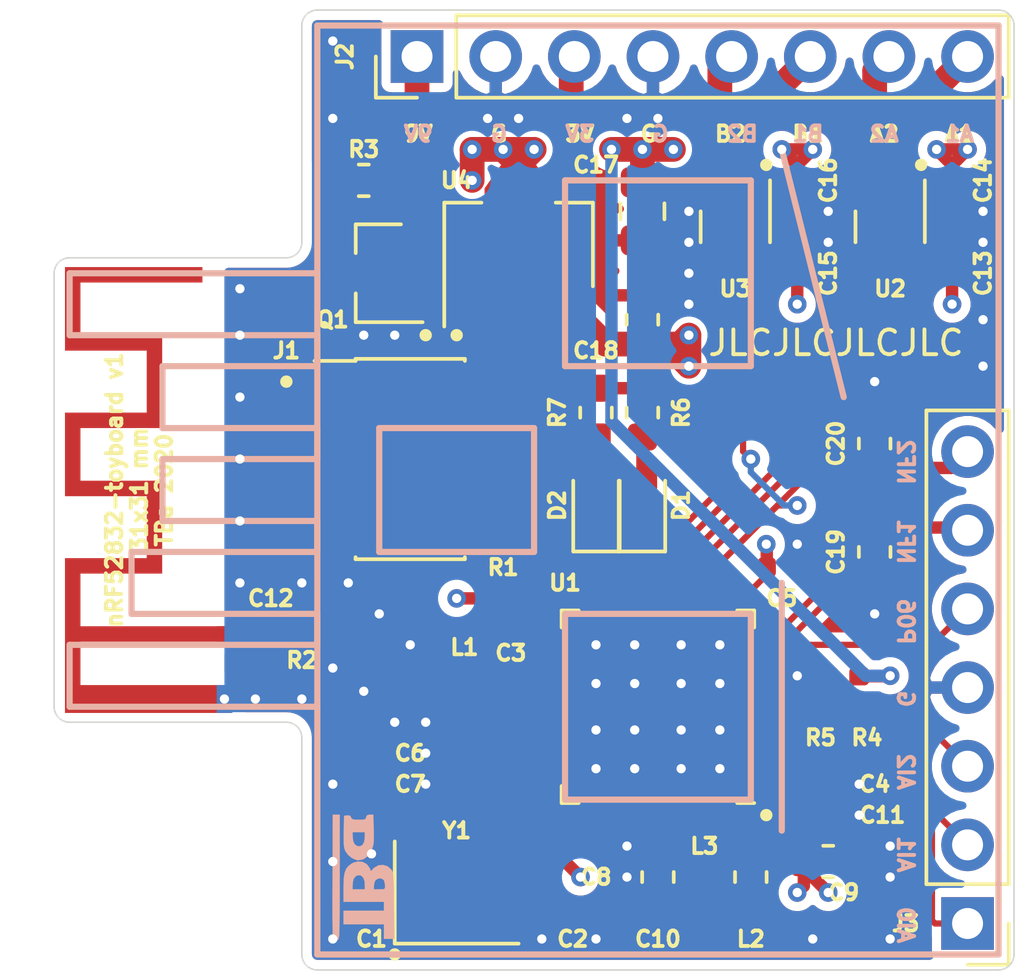
<source format=kicad_pcb>
(kicad_pcb (version 20171130) (host pcbnew "(5.1.5)-3")
  (layers (0 F.Cu signal) (1 In1.Cu power) (2 In2.Cu power) (31 B.Cu signal) (34 B.Paste user) (35 F.Paste user) (36 B.SilkS user) (37 F.SilkS user) (38 B.Mask user) (39 F.Mask user) (44 Edge.Cuts user))
  (net 0 "")
  (net 1 RF)
  (net 2 GND)
  (net 3 "Net-(C3-Pad1)")
  (net 4 DEC1)
  (net 5 DEC2)
  (net 6 DEC3)
  (net 7 DEC4)
  (net 8 SWDIO)
  (net 9 SWDCLK)
  (net 10 SWO)
  (net 11 "Net-(J1-Pad7)")
  (net 12 "Net-(J1-Pad8)")
  (net 13 nRST)
  (net 14 DCC)
  (net 15 "Net-(L2-Pad2)")
  (net 16 "Net-(U1-Pad2)")
  (net 17 "Net-(U1-Pad3)")
  (net 18 "Net-(U1-Pad9)")
  (net 19 "Net-(U1-Pad10)")
  (net 20 "Net-(U1-Pad22)")
  (net 21 "Net-(U1-Pad23)")
  (net 22 "Net-(U1-Pad27)")
  (net 23 "Net-(U1-Pad28)")
  (net 24 "Net-(U1-Pad29)")
  (net 25 "Net-(U1-Pad37)")
  (net 26 "Net-(U1-Pad38)")
  (net 27 "Net-(U1-Pad39)")
  (net 28 "Net-(U1-Pad40)")
  (net 29 "Net-(U1-Pad41)")
  (net 30 "Net-(U1-Pad42)")
  (net 31 "Net-(U1-Pad43)")
  (net 32 "Net-(U1-Pad44)")
  (net 33 "Net-(C1-Pad1)")
  (net 34 "Net-(C2-Pad1)")
  (net 35 +3V3)
  (net 36 "Net-(AE1-Pad1)")
  (net 37 Vin)
  (net 38 NDRVSLEEP)
  (net 39 DRVAIN1)
  (net 40 DRVAIN2)
  (net 41 DRVBIN1)
  (net 42 DRVBIN2)
  (net 43 OUTA1)
  (net 44 OUTA2)
  (net 45 OUTB1)
  (net 46 OUTB2)
  (net 47 +9V)
  (net 48 "Net-(Q1-Pad3)")
  (net 49 NFC2)
  (net 50 NFC1)
  (net 51 AIN3)
  (net 52 AIN2)
  (net 53 AIN1)
  (net 54 P006)
  (net 55 AIN0)
  (net 56 "Net-(D1-Pad2)")
  (net 57 NBLED)
  (net 58 "Net-(D2-Pad2)")
  (net 59 NRLED)
  (module footprints:logo (layer B.Cu) (at 134.5 112.5 90)
    (fp_text reference G*** hide)
    (fp_text value LOGO hide)
  )
  (module Resistor_SMD:R_0603_1608Metric (layer F.Cu) (at 143.5 97.5 270)
    (fp_text reference R6 (at 0 -1.25 90) (layer F.SilkS) (effects (font (size 0.5 0.5) (thickness 0.125))))
    (fp_text value 1k)
    (pad 2 smd roundrect (at 0.7875 0 270) (size 0.875 0.95) (layers F.Cu F.Paste F.Mask) (net 56 "Net-(D1-Pad2)"))
    (pad 1 smd roundrect (at -0.7875 0 270) (size 0.875 0.95) (layers F.Cu F.Paste F.Mask) (net 35 +3V3))
  )
  (module Capacitor_SMD:C_0402_1005Metric (layer F.Cu) (at 140.25 113 270)
    (fp_text reference C2 (at 1.5 -1 180) (layer F.SilkS) (effects (font (size 0.5 0.5) (thickness 0.125))))
    (fp_text value 12p)
    (pad 2 smd roundrect (at 0.485 0 270) (size 0.59 0.64) (layers F.Cu F.Paste F.Mask) (net 2 GND))
    (pad 1 smd roundrect (at -0.485 0 270) (size 0.59 0.64) (layers F.Cu F.Paste F.Mask) (net 34 "Net-(C2-Pad1)"))
  )
  (module Resistor_SMD:R_0603_1608Metric (layer F.Cu) (at 142 97.5 270)
    (fp_text reference R7 (at 0 1.25 90) (layer F.SilkS) (effects (font (size 0.5 0.5) (thickness 0.125))))
    (fp_text value 1k)
    (pad 2 smd roundrect (at 0.7875 0 270) (size 0.875 0.95) (layers F.Cu F.Paste F.Mask) (net 58 "Net-(D2-Pad2)"))
    (pad 1 smd roundrect (at -0.7875 0 270) (size 0.875 0.95) (layers F.Cu F.Paste F.Mask) (net 35 +3V3))
  )
  (module LED_SMD:LED_0603_1608Metric (layer F.Cu) (at 142 100.5 90)
    (fp_text reference D2 (at 0 -1.25 90) (layer F.SilkS) (effects (font (size 0.5 0.5) (thickness 0.125))))
    (fp_text value RED)
    (pad 2 smd roundrect (at 0.7875 0 90) (size 0.875 0.95) (layers F.Cu F.Paste F.Mask) (net 58 "Net-(D2-Pad2)"))
    (pad 1 smd roundrect (at -0.7875 0 90) (size 0.875 0.95) (layers F.Cu F.Paste F.Mask) (net 59 NRLED))
  )
  (module LED_SMD:LED_0603_1608Metric (layer F.Cu) (at 143.5 100.5 90)
    (fp_text reference D1 (at 0 1.25 90) (layer F.SilkS) (effects (font (size 0.5 0.5) (thickness 0.125))))
    (fp_text value BLUE)
    (pad 2 smd roundrect (at 0.7875 0 90) (size 0.875 0.95) (layers F.Cu F.Paste F.Mask) (net 56 "Net-(D1-Pad2)"))
    (pad 1 smd roundrect (at -0.7875 0 90) (size 0.875 0.95) (layers F.Cu F.Paste F.Mask) (net 57 NBLED))
  )
  (module Capacitor_SMD:C_0603_1608Metric (layer F.Cu) (at 151 98.5 90)
    (fp_text reference C20 (at 0 -1.25 270) (layer F.SilkS) (effects (font (size 0.5 0.5) (thickness 0.125))))
    (fp_text value DNP)
    (pad 2 smd roundrect (at 0.7875 0 90) (size 0.875 0.95) (layers F.Cu F.Paste F.Mask) (net 2 GND))
    (pad 1 smd roundrect (at -0.7875 0 90) (size 0.875 0.95) (layers F.Cu F.Paste F.Mask) (net 49 NFC2))
  )
  (module Capacitor_SMD:C_0603_1608Metric (layer F.Cu) (at 151 102 90)
    (fp_text reference C19 (at 0 -1.25 270) (layer F.SilkS) (effects (font (size 0.5 0.5) (thickness 0.125))))
    (fp_text value DNP)
    (pad 2 smd roundrect (at 0.7875 0 90) (size 0.875 0.95) (layers F.Cu F.Paste F.Mask) (net 50 NFC1))
    (pad 1 smd roundrect (at -0.7875 0 90) (size 0.875 0.95) (layers F.Cu F.Paste F.Mask) (net 2 GND))
  )
  (module Resistor_SMD:R_0402_1005Metric (layer F.Cu) (at 149.5 106.5 90)
    (fp_text reference R5 (at -1.5 -0.25 180) (layer F.SilkS) (effects (font (size 0.5 0.5) (thickness 0.125))))
    (fp_text value 220k)
    (pad 2 smd roundrect (at 0.485 0 90) (size 0.59 0.64) (layers F.Cu F.Paste F.Mask) (net 2 GND))
    (pad 1 smd roundrect (at -0.485 0 90) (size 0.59 0.64) (layers F.Cu F.Paste F.Mask) (net 51 AIN3))
  )
  (module Resistor_SMD:R_0402_1005Metric (layer F.Cu) (at 150.5 106.5 270)
    (fp_text reference R4 (at 1.5 -0.25 180) (layer F.SilkS) (effects (font (size 0.5 0.5) (thickness 0.125))))
    (fp_text value 470k)
    (pad 2 smd roundrect (at 0.485 0 270) (size 0.59 0.64) (layers F.Cu F.Paste F.Mask) (net 51 AIN3))
    (pad 1 smd roundrect (at -0.485 0 270) (size 0.59 0.64) (layers F.Cu F.Paste F.Mask) (net 37 Vin))
  )
  (module Connector_PinHeader_2.54mm:PinHeader_1x07_P2.54mm_Vertical (layer F.Cu) (at 154 114 180)
    (fp_text reference J3 (at 2 0) (layer F.SilkS) (effects (font (size 0.5 0.5) (thickness 0.125))))
    (fp_text value Conn_01x07)
    (pad 7 thru_hole oval (at 0 15.24 180) (size 1.7 1.7) (drill 1) (layers *.Cu *.Mask) (net 49 NFC2))
    (pad 6 thru_hole oval (at 0 12.7 180) (size 1.7 1.7) (drill 1) (layers *.Cu *.Mask) (net 50 NFC1))
    (pad 5 thru_hole oval (at 0 10.16 180) (size 1.7 1.7) (drill 1) (layers *.Cu *.Mask) (net 54 P006))
    (pad 4 thru_hole oval (at 0 7.62 180) (size 1.7 1.7) (drill 1) (layers *.Cu *.Mask) (net 2 GND))
    (pad 3 thru_hole oval (at 0 5.08 180) (size 1.7 1.7) (drill 1) (layers *.Cu *.Mask) (net 52 AIN2))
    (pad 2 thru_hole oval (at 0 2.54 180) (size 1.7 1.7) (drill 1) (layers *.Cu *.Mask) (net 53 AIN1))
    (pad 1 thru_hole rect (at 0 0 180) (size 1.7 1.7) (drill 1) (layers *.Cu *.Mask) (net 55 AIN0))
  )
  (module Resistor_SMD:R_0603_1608Metric (layer F.Cu) (at 134.5 90 180)
    (fp_text reference R3 (at 0 1) (layer F.SilkS) (effects (font (size 0.5 0.5) (thickness 0.125))))
    (fp_text value 0)
    (pad 2 smd roundrect (at 0.7875 0 180) (size 0.875 0.95) (layers F.Cu F.Paste F.Mask) (net 48 "Net-(Q1-Pad3)"))
    (pad 1 smd roundrect (at -0.7875 0 180) (size 0.875 0.95) (layers F.Cu F.Paste F.Mask) (net 47 +9V))
  )
  (module Package_TO_SOT_SMD:SOT-23 (layer F.Cu) (at 135 93 180)
    (fp_text reference Q1 (at 1.5 -1.5) (layer F.SilkS) (effects (font (size 0.5 0.5) (thickness 0.125))))
    (fp_text value AO3401A)
    (pad 3 smd rect (at 1 0 180) (size 0.9 0.8) (layers F.Cu F.Paste F.Mask) (net 48 "Net-(Q1-Pad3)"))
    (pad 2 smd rect (at -1 0.95 180) (size 0.9 0.8) (layers F.Cu F.Paste F.Mask) (net 37 Vin))
    (pad 1 smd rect (at -1 -0.95 180) (size 0.9 0.8) (layers F.Cu F.Paste F.Mask) (net 2 GND))
  )
  (module Connector_PinHeader_2.54mm:PinHeader_1x08_P2.54mm_Vertical (layer F.Cu) (at 136.22 86 90)
    (fp_text reference J2 (at 0 -2.33 90) (layer F.SilkS) (effects (font (size 0.5 0.5) (thickness 0.125))))
    (fp_text value Conn_01x08)
    (pad 8 thru_hole oval (at 0 17.78 90) (size 1.7 1.7) (drill 1) (layers *.Cu *.Mask) (net 43 OUTA1))
    (pad 7 thru_hole oval (at 0 15.24 90) (size 1.7 1.7) (drill 1) (layers *.Cu *.Mask) (net 44 OUTA2))
    (pad 6 thru_hole oval (at 0 12.7 90) (size 1.7 1.7) (drill 1) (layers *.Cu *.Mask) (net 45 OUTB1))
    (pad 5 thru_hole oval (at 0 10.16 90) (size 1.7 1.7) (drill 1) (layers *.Cu *.Mask) (net 46 OUTB2))
    (pad 4 thru_hole oval (at 0 7.62 90) (size 1.7 1.7) (drill 1) (layers *.Cu *.Mask) (net 2 GND))
    (pad 3 thru_hole oval (at 0 5.08 90) (size 1.7 1.7) (drill 1) (layers *.Cu *.Mask) (net 35 +3V3))
    (pad 2 thru_hole oval (at 0 2.54 90) (size 1.7 1.7) (drill 1) (layers *.Cu *.Mask) (net 2 GND))
    (pad 1 thru_hole rect (at 0 0 90) (size 1.7 1.7) (drill 1) (layers *.Cu *.Mask) (net 47 +9V))
  )
  (module Capacitor_SMD:C_0603_1608Metric (layer F.Cu) (at 143.5 94.5 90)
    (fp_text reference C18 (at -1 -1.5 180) (layer F.SilkS) (effects (font (size 0.5 0.5) (thickness 0.125))))
    (fp_text value 10u)
    (pad 2 smd roundrect (at 0.7875 0 90) (size 0.875 0.95) (layers F.Cu F.Paste F.Mask) (net 2 GND))
    (pad 1 smd roundrect (at -0.7875 0 90) (size 0.875 0.95) (layers F.Cu F.Paste F.Mask) (net 35 +3V3))
  )
  (module Capacitor_SMD:C_0805_2012Metric (layer F.Cu) (at 143.5 91 270)
    (fp_text reference C17 (at -1.5 1.5 180) (layer F.SilkS) (effects (font (size 0.5 0.5) (thickness 0.125))))
    (fp_text value 10u)
    (pad 2 smd roundrect (at 0.9375 0 270) (size 0.975 1.4) (layers F.Cu F.Paste F.Mask) (net 2 GND))
    (pad 1 smd roundrect (at -0.9375 0 270) (size 0.975 1.4) (layers F.Cu F.Paste F.Mask) (net 37 Vin))
  )
  (module Package_TO_SOT_SMD:SOT-89-3 (layer F.Cu) (at 139.5 92.5 90)
    (fp_text reference U4 (at 2.5 -2 180) (layer F.SilkS) (effects (font (size 0.5 0.5) (thickness 0.125))))
    (fp_text value HT75xx-1-SOT89)
    (pad 2 smd trapezoid (at -0.0762 0 180) (size 1.5 1) (rect_delta 0 0.7) (layers F.Cu F.Paste F.Mask) (net 37 Vin))
    (pad 2 smd rect (at 1.3335 0) (size 2.2 1.84) (layers F.Cu F.Paste F.Mask) (net 37 Vin))
    (pad 3 smd rect (at -1.48 1.5) (size 1 1.5) (layers F.Cu F.Paste F.Mask) (net 35 +3V3))
    (pad 2 smd rect (at -1.3335 0) (size 1 1.8) (layers F.Cu F.Paste F.Mask) (net 37 Vin))
    (pad 1 smd rect (at -1.48 -1.5) (size 1 1.5) (layers F.Cu F.Paste F.Mask) (net 2 GND))
    (pad 2 smd trapezoid (at 2.667 0) (size 1.6 0.85) (rect_delta 0 0.6) (layers F.Cu F.Paste F.Mask) (net 37 Vin))
  )
  (module Package_SON:WSON-8-1EP_2x2mm_P0.5mm_EP0.9x1.6mm (layer F.Cu) (at 146.5 91.5 270)
    (fp_text reference U3 (at 2 0 180) (layer F.SilkS) (effects (font (size 0.5 0.5) (thickness 0.125))))
    (fp_text value DRV8837)
    (pad 6 smd rect (at 0.95 0.25 270) (size 0.5 0.25) (layers F.Cu F.Paste F.Mask) (net 41 DRVBIN1))
    (pad 5 smd rect (at 0.95 0.75 270) (size 0.5 0.25) (layers F.Cu F.Paste F.Mask) (net 42 DRVBIN2))
    (pad 4 smd rect (at -0.95 0.75 270) (size 0.5 0.25) (layers F.Cu F.Paste F.Mask) (net 2 GND))
    (pad 2 smd rect (at -0.95 -0.25 270) (size 0.5 0.25) (layers F.Cu F.Paste F.Mask) (net 45 OUTB1))
    (pad 1 smd rect (at -0.95 -0.75 270) (size 0.5 0.25) (layers F.Cu F.Paste F.Mask) (net 37 Vin))
    (pad 9 smd rect (at 0 0 270) (size 0.9 1.6) (layers F.Cu F.Mask) (net 2 GND))
    (pad 8 smd rect (at 0.95 -0.75 270) (size 0.5 0.25) (layers F.Cu F.Paste F.Mask) (net 35 +3V3))
    (pad 7 smd rect (at 0.95 -0.25 270) (size 0.5 0.25) (layers F.Cu F.Paste F.Mask) (net 38 NDRVSLEEP))
    (pad 3 smd rect (at -0.95 0.25 270) (size 0.5 0.25) (layers F.Cu F.Paste F.Mask) (net 46 OUTB2))
  )
  (module Capacitor_SMD:C_0402_1005Metric (layer F.Cu) (at 148.5 90.5 270)
    (fp_text reference C16 (at -0.5 -1 90) (layer F.SilkS) (effects (font (size 0.5 0.5) (thickness 0.125))))
    (fp_text value 100n)
    (pad 2 smd roundrect (at 0.485 0 270) (size 0.59 0.64) (layers F.Cu F.Paste F.Mask) (net 2 GND))
    (pad 1 smd roundrect (at -0.485 0 270) (size 0.59 0.64) (layers F.Cu F.Paste F.Mask) (net 37 Vin))
  )
  (module Capacitor_SMD:C_0402_1005Metric (layer F.Cu) (at 148.5 92.5 90)
    (fp_text reference C15 (at -0.5 1 90) (layer F.SilkS) (effects (font (size 0.5 0.5) (thickness 0.125))))
    (fp_text value 100n)
    (pad 2 smd roundrect (at 0.485 0 90) (size 0.59 0.64) (layers F.Cu F.Paste F.Mask) (net 2 GND))
    (pad 1 smd roundrect (at -0.485 0 90) (size 0.59 0.64) (layers F.Cu F.Paste F.Mask) (net 35 +3V3))
  )
  (module Package_SON:WSON-8-1EP_2x2mm_P0.5mm_EP0.9x1.6mm (layer F.Cu) (at 151.5 91.5 270)
    (fp_text reference U2 (at 2 0 180) (layer F.SilkS) (effects (font (size 0.5 0.5) (thickness 0.125))))
    (fp_text value DRV8837)
    (pad 6 smd rect (at 0.95 0.25 270) (size 0.5 0.25) (layers F.Cu F.Paste F.Mask) (net 39 DRVAIN1))
    (pad 5 smd rect (at 0.95 0.75 270) (size 0.5 0.25) (layers F.Cu F.Paste F.Mask) (net 40 DRVAIN2))
    (pad 4 smd rect (at -0.95 0.75 270) (size 0.5 0.25) (layers F.Cu F.Paste F.Mask) (net 2 GND))
    (pad 2 smd rect (at -0.95 -0.25 270) (size 0.5 0.25) (layers F.Cu F.Paste F.Mask) (net 43 OUTA1))
    (pad 1 smd rect (at -0.95 -0.75 270) (size 0.5 0.25) (layers F.Cu F.Paste F.Mask) (net 37 Vin))
    (pad 9 smd rect (at 0 0 270) (size 0.9 1.6) (layers F.Cu F.Mask) (net 2 GND))
    (pad 8 smd rect (at 0.95 -0.75 270) (size 0.5 0.25) (layers F.Cu F.Paste F.Mask) (net 35 +3V3))
    (pad 7 smd rect (at 0.95 -0.25 270) (size 0.5 0.25) (layers F.Cu F.Paste F.Mask) (net 38 NDRVSLEEP))
    (pad 3 smd rect (at -0.95 0.25 270) (size 0.5 0.25) (layers F.Cu F.Paste F.Mask) (net 44 OUTA2))
  )
  (module Capacitor_SMD:C_0402_1005Metric (layer F.Cu) (at 153.5 90.5 270)
    (fp_text reference C14 (at -0.5 -1 90) (layer F.SilkS) (effects (font (size 0.5 0.5) (thickness 0.125))))
    (fp_text value 100n)
    (pad 2 smd roundrect (at 0.485 0 270) (size 0.59 0.64) (layers F.Cu F.Paste F.Mask) (net 2 GND))
    (pad 1 smd roundrect (at -0.485 0 270) (size 0.59 0.64) (layers F.Cu F.Paste F.Mask) (net 37 Vin))
  )
  (module Capacitor_SMD:C_0402_1005Metric (layer F.Cu) (at 153.5 92.5 90)
    (fp_text reference C13 (at -0.5 1 90) (layer F.SilkS) (effects (font (size 0.5 0.5) (thickness 0.125))))
    (fp_text value 100n)
    (pad 2 smd roundrect (at 0.485 0 90) (size 0.59 0.64) (layers F.Cu F.Paste F.Mask) (net 2 GND))
    (pad 1 smd roundrect (at -0.485 0 90) (size 0.59 0.64) (layers F.Cu F.Paste F.Mask) (net 35 +3V3))
  )
  (module Crystal:Crystal_SMD_3225-4Pin_3.2x2.5mm (layer F.Cu) (at 137.5 113)
    (fp_text reference Y1 (at 0 -2) (layer F.SilkS) (effects (font (size 0.5 0.5) (thickness 0.125))))
    (fp_text value 32MHz)
    (pad 4 smd rect (at -1.1 -0.85) (size 1.4 1.2) (layers F.Cu F.Paste F.Mask) (net 2 GND))
    (pad 3 smd rect (at 1.1 -0.85) (size 1.4 1.2) (layers F.Cu F.Paste F.Mask) (net 34 "Net-(C2-Pad1)"))
    (pad 2 smd rect (at 1.1 0.85) (size 1.4 1.2) (layers F.Cu F.Paste F.Mask) (net 2 GND))
    (pad 1 smd rect (at -1.1 0.85) (size 1.4 1.2) (layers F.Cu F.Paste F.Mask) (net 33 "Net-(C1-Pad1)"))
  )
  (module Resistor_SMD:R_0402_1005Metric (layer F.Cu) (at 132.5 104.5)
    (fp_text reference R2 (at 0 1) (layer F.SilkS) (effects (font (size 0.5 0.5) (thickness 0.125))))
    (fp_text value 0)
    (pad 2 smd roundrect (at 0.485 0) (size 0.59 0.64) (layers F.Cu F.Paste F.Mask) (net 1 RF))
    (pad 1 smd roundrect (at -0.485 0) (size 0.59 0.64) (layers F.Cu F.Paste F.Mask) (net 36 "Net-(AE1-Pad1)"))
  )
  (module Capacitor_SMD:C_0402_1005Metric (layer F.Cu) (at 131 105 270)
    (fp_text reference C12 (at -1.5 -0.5 180) (layer F.SilkS) (effects (font (size 0.5 0.5) (thickness 0.125))))
    (fp_text value 1.5p)
    (pad 2 smd roundrect (at 0.485 0 270) (size 0.59 0.64) (layers F.Cu F.Paste F.Mask) (net 2 GND))
    (pad 1 smd roundrect (at -0.485 0 270) (size 0.59 0.64) (layers F.Cu F.Paste F.Mask) (net 36 "Net-(AE1-Pad1)"))
  )
  (module Resistor_SMD:R_0402_1005Metric (layer F.Cu) (at 139 103.5)
    (fp_text reference R1 (at 0 -1) (layer F.SilkS) (effects (font (size 0.5 0.5) (thickness 0.125))))
    (fp_text value 10k)
    (pad 2 smd roundrect (at 0.485 0) (size 0.59 0.64) (layers F.Cu F.Paste F.Mask) (net 13 nRST))
    (pad 1 smd roundrect (at -0.485 0) (size 0.59 0.64) (layers F.Cu F.Paste F.Mask) (net 35 +3V3))
  )
  (module Capacitor_SMD:C_0402_1005Metric (layer F.Cu) (at 149 110.5)
    (fp_text reference C11 (at 2.25 0 -180) (layer F.SilkS) (effects (font (size 0.5 0.5) (thickness 0.125))))
    (fp_text value 100n)
    (pad 2 smd roundrect (at 0.485 0) (size 0.59 0.64) (layers F.Cu F.Paste F.Mask) (net 2 GND))
    (pad 1 smd roundrect (at -0.485 0) (size 0.59 0.64) (layers F.Cu F.Paste F.Mask) (net 35 +3V3))
  )
  (module RF_Antenna:Texas_SWRA117D_2.4GHz_Right (layer F.Cu) (at 130 104.65 90)
    (fp_text reference AE1)
    (fp_text value Antenna)
    (fp_poly (pts (xy 2.45 -2.51) (xy 4.45 -2.51) (xy 4.45 -5.15) (xy 7.15 -5.15) (xy 7.15 -2.51) (xy 9.15 -2.51) (xy 9.15 -5.15) (xy 11.85 -5.15) (xy 11.85 -0.71) (xy 11.35 -0.71) (xy 11.35 -4.65) (xy 9.65 -4.65) (xy 9.65 -2.01) (xy 6.65 -2.01) (xy 6.65 -4.65) (xy 4.95 -4.65) (xy 4.95 -2.01) (xy 1.95 -2.01) (xy 1.95 -4.65) (xy 0.25 -4.65) (xy 0.25 0.25) (xy -0.25 0.25) (xy -0.25 -4.65) (xy -1.65 -4.65) (xy -1.65 0.25) (xy -2.55 0.25) (xy -2.55 0.006785) (xy -2.247583 0.006785) (xy -2.237742 0.054395) (xy -2.213674 0.096797) (xy -2.175731 0.129581) (xy -2.167819 0.133935) (xy -2.125156 0.146043) (xy -2.076637 0.1453) (xy -2.031122 0.1324) (xy -2.012511 0.121787) (xy -1.978868 0.086553) (xy -1.958309 0.041368) (xy -1.951778 -0.008158) (xy -1.960218 -0.056417) (xy -1.977112 -0.088643) (xy -2.012372 -0.121313) (xy -2.057682 -0.141408) (xy -2.107267 -0.147982) (xy -2.155353 -0.140092) (xy -2.188245 -0.123186) (xy -2.223185 -0.086416) (xy -2.242847 -0.041622) (xy -2.247583 0.006785) (xy -2.55 0.006785) (xy -2.55 -5.15) (xy 2.45 -5.15) (xy 2.45 -2.51)) (layer F.Cu) (width 0))
    (pad 2 thru_hole rect (at -2.1 0 90) (size 0.9 0.5) (drill 0.3) (layers *.Cu) (net 2 GND))
    (pad 1 connect rect (at 0 0 90) (size 0.5 0.5) (layers F.Cu) (net 36 "Net-(AE1-Pad1)"))
  )
  (module Capacitor_SMD:C_0603_1608Metric (layer F.Cu) (at 149.5 112)
    (fp_text reference C9 (at 0.5 1) (layer F.SilkS) (effects (font (size 0.5 0.5) (thickness 0.125))))
    (fp_text value 4.7u)
    (pad 1 smd roundrect (at -0.7875 0) (size 0.875 0.95) (layers F.Cu F.Paste F.Mask) (net 35 +3V3))
    (pad 2 smd roundrect (at 0.7875 0) (size 0.875 0.95) (layers F.Cu F.Paste F.Mask) (net 2 GND))
  )
  (module Capacitor_SMD:C_0402_1005Metric (layer F.Cu) (at 148 102.5)
    (fp_text reference C5 (at 0 1 180) (layer F.SilkS) (effects (font (size 0.5 0.5) (thickness 0.125))))
    (fp_text value 100n)
    (pad 1 smd roundrect (at -0.485 0) (size 0.59 0.64) (layers F.Cu F.Paste F.Mask) (net 35 +3V3))
    (pad 2 smd roundrect (at 0.485 0) (size 0.59 0.64) (layers F.Cu F.Paste F.Mask) (net 2 GND))
  )
  (module Capacitor_SMD:C_0402_1005Metric (layer F.Cu) (at 134.75 113 90)
    (fp_text reference C1 (at -1.5 0 180) (layer F.SilkS) (effects (font (size 0.5 0.5) (thickness 0.125))))
    (fp_text value 12p)
    (pad 1 smd roundrect (at -0.485 0 90) (size 0.59 0.64) (layers F.Cu F.Paste F.Mask) (net 33 "Net-(C1-Pad1)"))
    (pad 2 smd roundrect (at 0.485 0 90) (size 0.59 0.64) (layers F.Cu F.Paste F.Mask) (net 2 GND))
  )
  (module Capacitor_SMD:C_0402_1005Metric (layer F.Cu) (at 141.5 111.5)
    (fp_text reference C8 (at 0.5 1) (layer F.SilkS) (effects (font (size 0.5 0.5) (thickness 0.125))))
    (fp_text value 100n)
    (pad 2 smd roundrect (at 0.485 0) (size 0.59 0.64) (layers F.Cu F.Paste F.Mask) (net 2 GND))
    (pad 1 smd roundrect (at -0.485 0) (size 0.59 0.64) (layers F.Cu F.Paste F.Mask) (net 35 +3V3))
  )
  (module Capacitor_SMD:C_0402_1005Metric (layer F.Cu) (at 139.25 106.75 270)
    (fp_text reference C3 (at -1.485 0 180) (layer F.SilkS) (effects (font (size 0.5 0.5) (thickness 0.125))))
    (fp_text value 1p)
    (pad 2 smd roundrect (at 0.485 0 270) (size 0.59 0.64) (layers F.Cu F.Paste F.Mask) (net 2 GND))
    (pad 1 smd roundrect (at -0.485 0 270) (size 0.59 0.64) (layers F.Cu F.Paste F.Mask) (net 3 "Net-(C3-Pad1)"))
  )
  (module Capacitor_SMD:C_0402_1005Metric (layer F.Cu) (at 149 109.5)
    (fp_text reference C4 (at 2 0 -180) (layer F.SilkS) (effects (font (size 0.5 0.5) (thickness 0.125))))
    (fp_text value 100n)
    (pad 1 smd roundrect (at -0.485 0) (size 0.59 0.64) (layers F.Cu F.Paste F.Mask) (net 4 DEC1))
    (pad 2 smd roundrect (at 0.485 0) (size 0.59 0.64) (layers F.Cu F.Paste F.Mask) (net 2 GND))
  )
  (module Capacitor_SMD:C_0402_1005Metric (layer F.Cu) (at 138 108.5 180)
    (fp_text reference C6 (at 2 0 180) (layer F.SilkS) (effects (font (size 0.5 0.5) (thickness 0.125))))
    (fp_text value DNP)
    (pad 2 smd roundrect (at 0.485 0 180) (size 0.59 0.64) (layers F.Cu F.Paste F.Mask) (net 2 GND))
    (pad 1 smd roundrect (at -0.485 0 180) (size 0.59 0.64) (layers F.Cu F.Paste F.Mask) (net 5 DEC2))
  )
  (module Capacitor_SMD:C_0402_1005Metric (layer F.Cu) (at 138 109.5 180)
    (fp_text reference C7 (at 2 0 180) (layer F.SilkS) (effects (font (size 0.5 0.5) (thickness 0.125))))
    (fp_text value 100p)
    (pad 1 smd roundrect (at -0.485 0 180) (size 0.59 0.64) (layers F.Cu F.Paste F.Mask) (net 6 DEC3))
    (pad 2 smd roundrect (at 0.485 0 180) (size 0.59 0.64) (layers F.Cu F.Paste F.Mask) (net 2 GND))
  )
  (module Capacitor_SMD:C_0603_1608Metric (layer F.Cu) (at 144 112.5 90)
    (fp_text reference C10 (at -2 0) (layer F.SilkS) (effects (font (size 0.5 0.5) (thickness 0.125))))
    (fp_text value 1u)
    (pad 1 smd roundrect (at -0.7875 0 90) (size 0.875 0.95) (layers F.Cu F.Paste F.Mask) (net 7 DEC4))
    (pad 2 smd roundrect (at 0.7875 0 90) (size 0.875 0.95) (layers F.Cu F.Paste F.Mask) (net 2 GND))
  )
  (module Connector_PinHeader_1.27mm:PinHeader_2x05_P1.27mm_Vertical_SMD (layer F.Cu) (at 136 99)
    (fp_text reference J1 (at -4 -3.5) (layer F.SilkS) (effects (font (size 0.5 0.5) (thickness 0.125))))
    (fp_text value Conn_ARM_JTAG_SWD_10)
    (pad 1 smd rect (at -1.95 -2.54) (size 2.4 0.74) (layers F.Cu F.Paste F.Mask) (net 35 +3V3))
    (pad 2 smd rect (at 1.95 -2.54) (size 2.4 0.74) (layers F.Cu F.Paste F.Mask) (net 8 SWDIO))
    (pad 3 smd rect (at -1.95 -1.27) (size 2.4 0.74) (layers F.Cu F.Paste F.Mask) (net 2 GND))
    (pad 4 smd rect (at 1.95 -1.27) (size 2.4 0.74) (layers F.Cu F.Paste F.Mask) (net 9 SWDCLK))
    (pad 5 smd rect (at -1.95 0) (size 2.4 0.74) (layers F.Cu F.Paste F.Mask) (net 2 GND))
    (pad 6 smd rect (at 1.95 0) (size 2.4 0.74) (layers F.Cu F.Paste F.Mask) (net 10 SWO))
    (pad 7 smd rect (at -1.95 1.27) (size 2.4 0.74) (layers F.Cu F.Paste F.Mask) (net 11 "Net-(J1-Pad7)"))
    (pad 8 smd rect (at 1.95 1.27) (size 2.4 0.74) (layers F.Cu F.Paste F.Mask) (net 12 "Net-(J1-Pad8)"))
    (pad 9 smd rect (at -1.95 2.54) (size 2.4 0.74) (layers F.Cu F.Paste F.Mask) (net 2 GND))
    (pad 10 smd rect (at 1.95 2.54) (size 2.4 0.74) (layers F.Cu F.Paste F.Mask) (net 13 nRST))
  )
  (module Inductor_SMD:L_0402_1005Metric (layer F.Cu) (at 137.75 106.25)
    (fp_text reference L1 (at 0 -1.17) (layer F.SilkS) (effects (font (size 0.5 0.5) (thickness 0.125))))
    (fp_text value 3.9n)
    (pad 2 smd roundrect (at 0.485 0) (size 0.59 0.64) (layers F.Cu F.Paste F.Mask) (net 3 "Net-(C3-Pad1)"))
    (pad 1 smd roundrect (at -0.485 0) (size 0.59 0.64) (layers F.Cu F.Paste F.Mask) (net 1 RF))
  )
  (module Inductor_SMD:L_0603_1608Metric (layer F.Cu) (at 147 112.5 270)
    (fp_text reference L2 (at 2 0) (layer F.SilkS) (effects (font (size 0.5 0.5) (thickness 0.125))))
    (fp_text value 10u)
    (pad 2 smd roundrect (at 0.7875 0 270) (size 0.875 0.95) (layers F.Cu F.Paste F.Mask) (net 15 "Net-(L2-Pad2)"))
    (pad 1 smd roundrect (at -0.7875 0 270) (size 0.875 0.95) (layers F.Cu F.Paste F.Mask) (net 14 DCC))
  )
  (module Inductor_SMD:L_0402_1005Metric (layer F.Cu) (at 145.5 113 90)
    (fp_text reference L3 (at 1.5 0) (layer F.SilkS) (effects (font (size 0.5 0.5) (thickness 0.125))))
    (fp_text value 15n)
    (pad 2 smd roundrect (at 0.485 0 90) (size 0.59 0.64) (layers F.Cu F.Paste F.Mask) (net 7 DEC4))
    (pad 1 smd roundrect (at -0.485 0 90) (size 0.59 0.64) (layers F.Cu F.Paste F.Mask) (net 15 "Net-(L2-Pad2)"))
  )
  (module Package_DFN_QFN:QFN-48-1EP_6x6mm_P0.4mm_EP4.6x4.6mm (layer F.Cu) (at 144 107 180)
    (fp_text reference U1 (at 3 4) (layer F.SilkS) (effects (font (size 0.5 0.5) (thickness 0.125))))
    (fp_text value nRF52832-QFxx)
    (pad 49 smd roundrect (at 0 0 180) (size 4.6 4.6) (layers F.Cu F.Mask) (roundrect_rratio 0.054348) (net 2 GND))
    (pad 1 smd roundrect (at -2.95 -2.2 180) (size 0.8 0.2) (layers F.Cu F.Paste F.Mask) (net 4 DEC1))
    (pad 2 smd roundrect (at -2.95 -1.8 180) (size 0.8 0.2) (layers F.Cu F.Paste F.Mask) (net 16 "Net-(U1-Pad2)"))
    (pad 3 smd roundrect (at -2.95 -1.4 180) (size 0.8 0.2) (layers F.Cu F.Paste F.Mask) (net 17 "Net-(U1-Pad3)"))
    (pad 4 smd roundrect (at -2.95 -1 180) (size 0.8 0.2) (layers F.Cu F.Paste F.Mask) (net 55 AIN0))
    (pad 5 smd roundrect (at -2.95 -0.6 180) (size 0.8 0.2) (layers F.Cu F.Paste F.Mask) (net 53 AIN1))
    (pad 6 smd roundrect (at -2.95 -0.2 180) (size 0.8 0.2) (layers F.Cu F.Paste F.Mask) (net 52 AIN2))
    (pad 7 smd roundrect (at -2.95 0.2 180) (size 0.8 0.2) (layers F.Cu F.Paste F.Mask) (net 51 AIN3))
    (pad 8 smd roundrect (at -2.95 0.6 180) (size 0.8 0.2) (layers F.Cu F.Paste F.Mask) (net 54 P006))
    (pad 9 smd roundrect (at -2.95 1 180) (size 0.8 0.2) (layers F.Cu F.Paste F.Mask) (net 18 "Net-(U1-Pad9)"))
    (pad 10 smd roundrect (at -2.95 1.4 180) (size 0.8 0.2) (layers F.Cu F.Paste F.Mask) (net 19 "Net-(U1-Pad10)"))
    (pad 11 smd roundrect (at -2.95 1.8 180) (size 0.8 0.2) (layers F.Cu F.Paste F.Mask) (net 50 NFC1))
    (pad 12 smd roundrect (at -2.95 2.2 180) (size 0.8 0.2) (layers F.Cu F.Paste F.Mask) (net 49 NFC2))
    (pad 13 smd roundrect (at -2.2 2.95 180) (size 0.2 0.8) (layers F.Cu F.Paste F.Mask) (net 35 +3V3))
    (pad 14 smd roundrect (at -1.8 2.95 180) (size 0.2 0.8) (layers F.Cu F.Paste F.Mask) (net 38 NDRVSLEEP))
    (pad 15 smd roundrect (at -1.4 2.95 180) (size 0.2 0.8) (layers F.Cu F.Paste F.Mask) (net 39 DRVAIN1))
    (pad 16 smd roundrect (at -1 2.95 180) (size 0.2 0.8) (layers F.Cu F.Paste F.Mask) (net 40 DRVAIN2))
    (pad 17 smd roundrect (at -0.6 2.95 180) (size 0.2 0.8) (layers F.Cu F.Paste F.Mask) (net 41 DRVBIN1))
    (pad 18 smd roundrect (at -0.2 2.95 180) (size 0.2 0.8) (layers F.Cu F.Paste F.Mask) (net 42 DRVBIN2))
    (pad 19 smd roundrect (at 0.2 2.95 180) (size 0.2 0.8) (layers F.Cu F.Paste F.Mask) (net 57 NBLED))
    (pad 20 smd roundrect (at 0.6 2.95 180) (size 0.2 0.8) (layers F.Cu F.Paste F.Mask) (net 59 NRLED))
    (pad 21 smd roundrect (at 1 2.95 180) (size 0.2 0.8) (layers F.Cu F.Paste F.Mask) (net 10 SWO))
    (pad 22 smd roundrect (at 1.4 2.95 180) (size 0.2 0.8) (layers F.Cu F.Paste F.Mask) (net 20 "Net-(U1-Pad22)"))
    (pad 23 smd roundrect (at 1.8 2.95 180) (size 0.2 0.8) (layers F.Cu F.Paste F.Mask) (net 21 "Net-(U1-Pad23)"))
    (pad 24 smd roundrect (at 2.2 2.95 180) (size 0.2 0.8) (layers F.Cu F.Paste F.Mask) (net 13 nRST))
    (pad 25 smd roundrect (at 2.95 2.2 180) (size 0.8 0.2) (layers F.Cu F.Paste F.Mask) (net 9 SWDCLK))
    (pad 26 smd roundrect (at 2.95 1.8 180) (size 0.8 0.2) (layers F.Cu F.Paste F.Mask) (net 8 SWDIO))
    (pad 27 smd roundrect (at 2.95 1.4 180) (size 0.8 0.2) (layers F.Cu F.Paste F.Mask) (net 22 "Net-(U1-Pad27)"))
    (pad 28 smd roundrect (at 2.95 1 180) (size 0.8 0.2) (layers F.Cu F.Paste F.Mask) (net 23 "Net-(U1-Pad28)"))
    (pad 29 smd roundrect (at 2.95 0.6 180) (size 0.8 0.2) (layers F.Cu F.Paste F.Mask) (net 24 "Net-(U1-Pad29)"))
    (pad 30 smd roundrect (at 2.95 0.2 180) (size 0.8 0.2) (layers F.Cu F.Paste F.Mask) (net 3 "Net-(C3-Pad1)"))
    (pad 31 smd roundrect (at 2.95 -0.2 180) (size 0.8 0.2) (layers F.Cu F.Paste F.Mask) (net 2 GND))
    (pad 32 smd roundrect (at 2.95 -0.6 180) (size 0.8 0.2) (layers F.Cu F.Paste F.Mask) (net 5 DEC2))
    (pad 33 smd roundrect (at 2.95 -1 180) (size 0.8 0.2) (layers F.Cu F.Paste F.Mask) (net 6 DEC3))
    (pad 34 smd roundrect (at 2.95 -1.4 180) (size 0.8 0.2) (layers F.Cu F.Paste F.Mask) (net 33 "Net-(C1-Pad1)"))
    (pad 35 smd roundrect (at 2.95 -1.8 180) (size 0.8 0.2) (layers F.Cu F.Paste F.Mask) (net 34 "Net-(C2-Pad1)"))
    (pad 36 smd roundrect (at 2.95 -2.2 180) (size 0.8 0.2) (layers F.Cu F.Paste F.Mask) (net 35 +3V3))
    (pad 37 smd roundrect (at 2.2 -2.95 180) (size 0.2 0.8) (layers F.Cu F.Paste F.Mask) (net 25 "Net-(U1-Pad37)"))
    (pad 38 smd roundrect (at 1.8 -2.95 180) (size 0.2 0.8) (layers F.Cu F.Paste F.Mask) (net 26 "Net-(U1-Pad38)"))
    (pad 39 smd roundrect (at 1.4 -2.95 180) (size 0.2 0.8) (layers F.Cu F.Paste F.Mask) (net 27 "Net-(U1-Pad39)"))
    (pad 40 smd roundrect (at 1 -2.95 180) (size 0.2 0.8) (layers F.Cu F.Paste F.Mask) (net 28 "Net-(U1-Pad40)"))
    (pad 41 smd roundrect (at 0.6 -2.95 180) (size 0.2 0.8) (layers F.Cu F.Paste F.Mask) (net 29 "Net-(U1-Pad41)"))
    (pad 42 smd roundrect (at 0.2 -2.95 180) (size 0.2 0.8) (layers F.Cu F.Paste F.Mask) (net 30 "Net-(U1-Pad42)"))
    (pad 43 smd roundrect (at -0.2 -2.95 180) (size 0.2 0.8) (layers F.Cu F.Paste F.Mask) (net 31 "Net-(U1-Pad43)"))
    (pad 44 smd roundrect (at -0.6 -2.95 180) (size 0.2 0.8) (layers F.Cu F.Paste F.Mask) (net 32 "Net-(U1-Pad44)"))
    (pad 45 smd roundrect (at -1 -2.95 180) (size 0.2 0.8) (layers F.Cu F.Paste F.Mask) (net 2 GND))
    (pad 46 smd roundrect (at -1.4 -2.95 180) (size 0.2 0.8) (layers F.Cu F.Paste F.Mask) (net 7 DEC4))
    (pad 47 smd roundrect (at -1.8 -2.95 180) (size 0.2 0.8) (layers F.Cu F.Paste F.Mask) (net 14 DCC))
    (pad 48 smd roundrect (at -2.2 -2.95 180) (size 0.2 0.8) (layers F.Cu F.Paste F.Mask) (net 35 +3V3))
  )
  (gr_line (start 150 97) (end 148 89) (layer B.SilkS) (width 0.2))
  (gr_line (start 148 111) (end 148 103) (layer B.SilkS) (width 0.2))
  (gr_line (start 140 102) (end 140 98) (layer B.SilkS) (width 0.2))
  (gr_line (start 140 98) (end 135 98) (layer B.SilkS) (width 0.2))
  (gr_line (start 135 102) (end 140 102) (layer B.SilkS) (width 0.2))
  (gr_line (start 135 98) (end 135 102) (layer B.SilkS) (width 0.2))
  (gr_line (start 147 96) (end 141 96) (layer B.SilkS) (width 0.2))
  (gr_line (start 147 90) (end 147 96) (layer B.SilkS) (width 0.2))
  (gr_line (start 141 90) (end 147 90) (layer B.SilkS) (width 0.2))
  (gr_line (start 141 96) (end 141 90) (layer B.SilkS) (width 0.2))
  (gr_line (start 147 104) (end 141 104) (layer B.SilkS) (width 0.2))
  (gr_line (start 147 110) (end 147 104) (layer B.SilkS) (width 0.2))
  (gr_line (start 141 110) (end 147 110) (layer B.SilkS) (width 0.2))
  (gr_line (start 141 104) (end 141 110) (layer B.SilkS) (width 0.2))
  (gr_line (start 133 85) (end 133 107) (layer B.SilkS) (width 0.2))
  (gr_line (start 155 85) (end 133 85) (layer B.SilkS) (width 0.2))
  (gr_line (start 155 115) (end 155 85) (layer B.SilkS) (width 0.2))
  (gr_line (start 133 115) (end 155 115) (layer B.SilkS) (width 0.2))
  (gr_line (start 133 107) (end 133 115) (layer B.SilkS) (width 0.2))
  (gr_line (start 125 107) (end 133 107) (layer B.SilkS) (width 0.2))
  (gr_line (start 125 105) (end 125 107) (layer B.SilkS) (width 0.2))
  (gr_line (start 133 105) (end 125 105) (layer B.SilkS) (width 0.2))
  (gr_line (start 133 104) (end 133 105) (layer B.SilkS) (width 0.2))
  (gr_line (start 127 104) (end 133 104) (layer B.SilkS) (width 0.2))
  (gr_line (start 127 102) (end 127 104) (layer B.SilkS) (width 0.2))
  (gr_line (start 133 102) (end 127 102) (layer B.SilkS) (width 0.2))
  (gr_line (start 133 101) (end 133 102) (layer B.SilkS) (width 0.2))
  (gr_line (start 128 101) (end 133 101) (layer B.SilkS) (width 0.2))
  (gr_line (start 128 99) (end 128 101) (layer B.SilkS) (width 0.2))
  (gr_line (start 133 99) (end 128 99) (layer B.SilkS) (width 0.2))
  (gr_line (start 133 98) (end 133 99) (layer B.SilkS) (width 0.2))
  (gr_line (start 128 98) (end 133 98) (layer B.SilkS) (width 0.2))
  (gr_line (start 128 96) (end 128 98) (layer B.SilkS) (width 0.2))
  (gr_line (start 133 96) (end 128 96) (layer B.SilkS) (width 0.2))
  (gr_line (start 133 95) (end 133 96) (layer B.SilkS) (width 0.2))
  (gr_line (start 125 95) (end 133 95) (layer B.SilkS) (width 0.2))
  (gr_line (start 125 93) (end 125 95) (layer B.SilkS) (width 0.2))
  (gr_line (start 133 93) (end 125 93) (layer B.SilkS) (width 0.2))
  (gr_text "A1    A2    B1   B2     G     3V     G     9V" (at 145 88.5) (layer B.SilkS) (effects (font (size 0.5 0.5) (thickness 0.125)) (justify mirror)))
  (gr_text "AI0   AI1    AI2    G    P06   NF1   NF2" (at 152 106.5 270) (layer B.SilkS) (effects (font (size 0.5 0.5) (thickness 0.125)) (justify mirror)))
  (gr_text "nRF52832-toyboard v1\n31x31 mm\nTBa 2020" (at 127.25 100 90) (layer F.SilkS) (effects (font (size 0.5 0.5) (thickness 0.125))))
  (gr_text JLCJLCJLCJLC (at 149.75 95.25) (layer F.SilkS) (effects (font (size 0.8 0.8) (thickness 0.125))))
  (gr_circle (center 136.5 95) (end 136.6 95) (layer F.SilkS) (width 0.2))
  (gr_circle (center 132 96.5) (end 132.1 96.5) (layer F.SilkS) (width 0.2))
  (gr_circle (center 137.5 95) (end 137.6 95) (layer F.SilkS) (width 0.2))
  (gr_circle (center 152.5 89.5) (end 152.6 89.5) (layer F.SilkS) (width 0.2))
  (gr_circle (center 147.5 89.5) (end 147.6 89.5) (layer F.SilkS) (width 0.2))
  (gr_circle (center 135.5 115) (end 135.6 115) (layer F.SilkS) (width 0.2))
  (gr_circle (center 147.5 110.5) (end 147.6 110.5) (layer F.SilkS) (width 0.2))
  (gr_line (start 125 92.5) (end 132 92.5) (layer Edge.Cuts) (width 0.05))
  (gr_arc (start 125 93) (end 125 92.5) (angle -90) (layer Edge.Cuts) (width 0.05))
  (gr_line (start 132.5 92) (end 132.5 85) (layer Edge.Cuts) (width 0.05))
  (gr_arc (start 132 92) (end 132 92.5) (angle -90) (layer Edge.Cuts) (width 0.05))
  (gr_arc (start 133 85) (end 133 84.5) (angle -90) (layer Edge.Cuts) (width 0.05))
  (gr_line (start 125 107.5) (end 132 107.5) (layer Edge.Cuts) (width 0.05))
  (gr_arc (start 125 107) (end 124.5 107) (angle -90) (layer Edge.Cuts) (width 0.05))
  (gr_line (start 132.5 115) (end 132.5 108) (layer Edge.Cuts) (width 0.05))
  (gr_arc (start 132 108) (end 132.5 108) (angle -90) (layer Edge.Cuts) (width 0.05))
  (gr_arc (start 155 85) (end 155.5 85) (angle -90) (layer Edge.Cuts) (width 0.05))
  (gr_arc (start 155 115) (end 155 115.5) (angle -90) (layer Edge.Cuts) (width 0.05))
  (gr_arc (start 133 115) (end 132.5 115) (angle -90) (layer Edge.Cuts) (width 0.05))
  (gr_text "9V     G     3V    G     B2    B1    A2    A1" (at 145 88.5) (layer F.SilkS) (effects (font (size 0.5 0.5) (thickness 0.125))))
  (gr_line (start 155 84.5) (end 133 84.5) (layer Edge.Cuts) (width 0.05))
  (gr_line (start 155.5 115) (end 155.5 85) (layer Edge.Cuts) (width 0.05))
  (gr_line (start 133 115.5) (end 155 115.5) (layer Edge.Cuts) (width 0.05))
  (gr_line (start 124.5 93) (end 124.5 107) (layer Edge.Cuts) (width 0.05))
  (segment (start 132.985 104.5) (end 134 104.5) (width 0.29337) (layer F.Cu) (net 1))
  (segment (start 135.75 106.25) (end 137.265 106.25) (width 0.29337) (layer F.Cu) (net 1))
  (segment (start 134 104.5) (end 135.75 106.25) (width 0.29337) (layer F.Cu) (net 1))
  (via (at 133.5 114.5) (size 0.6) (drill 0.3) (layers F.Cu B.Cu) (net 2))
  (via (at 133.5 109.5) (size 0.6) (drill 0.3) (layers F.Cu B.Cu) (net 2))
  (via (at 133.5 85.5) (size 0.6) (drill 0.3) (layers F.Cu B.Cu) (net 2))
  (via (at 133.5 88) (size 0.6) (drill 0.3) (layers F.Cu B.Cu) (net 2))
  (via (at 130.5 93.5) (size 0.6) (drill 0.3) (layers F.Cu B.Cu) (net 2))
  (via (at 130.5 97) (size 0.6) (drill 0.3) (layers F.Cu B.Cu) (net 2))
  (via (at 130.5 99) (size 0.6) (drill 0.3) (layers F.Cu B.Cu) (net 2))
  (via (at 130.5 101) (size 0.6) (drill 0.3) (layers F.Cu B.Cu) (net 2))
  (via (at 130.5 103) (size 0.6) (drill 0.3) (layers F.Cu B.Cu) (net 2))
  (via (at 154.5 91) (size 0.6) (drill 0.3) (layers F.Cu B.Cu) (net 2))
  (via (at 154.5 92) (size 0.6) (drill 0.3) (layers F.Cu B.Cu) (net 2))
  (via (at 149.5 91) (size 0.6) (drill 0.3) (layers F.Cu B.Cu) (net 2))
  (via (at 149.5 92) (size 0.6) (drill 0.3) (layers F.Cu B.Cu) (net 2))
  (via (at 130.5 95) (size 0.6) (drill 0.3) (layers F.Cu B.Cu) (net 2))
  (via (at 150.5 110.5) (size 0.6) (drill 0.3) (layers F.Cu B.Cu) (net 2))
  (via (at 151.5 111.5) (size 0.6) (drill 0.3) (layers F.Cu B.Cu) (net 2))
  (via (at 151.5 112.5) (size 0.6) (drill 0.3) (layers F.Cu B.Cu) (net 2))
  (via (at 150.5 109.5) (size 0.6) (drill 0.3) (layers F.Cu B.Cu) (net 2))
  (segment (start 143.8 107.2) (end 144 107) (width 0.2) (layer F.Cu) (net 2))
  (segment (start 141.05 107.2) (end 143.8 107.2) (width 0.2) (layer F.Cu) (net 2))
  (segment (start 145 111.1875) (end 144.475 111.7125) (width 0.2) (layer F.Cu) (net 2))
  (segment (start 144.475 111.7125) (end 144 111.7125) (width 0.2) (layer F.Cu) (net 2))
  (segment (start 145 109.95) (end 145 111.1875) (width 0.2) (layer F.Cu) (net 2))
  (via (at 136.5 108.5) (size 0.6) (drill 0.3) (layers F.Cu B.Cu) (net 2))
  (via (at 136.5 109.5) (size 0.6) (drill 0.3) (layers F.Cu B.Cu) (net 2))
  (via (at 143 111.5) (size 0.6) (drill 0.3) (layers F.Cu B.Cu) (net 2))
  (segment (start 143.2125 111.7125) (end 143 111.5) (width 0.4) (layer F.Cu) (net 2))
  (segment (start 144 111.7125) (end 143.2125 111.7125) (width 0.4) (layer F.Cu) (net 2))
  (segment (start 151 112) (end 151.5 111.5) (width 0.4) (layer F.Cu) (net 2))
  (segment (start 151 112) (end 151.5 112.5) (width 0.4) (layer F.Cu) (net 2))
  (segment (start 150.2875 112) (end 151 112) (width 0.4) (layer F.Cu) (net 2))
  (segment (start 149.485 110.5) (end 150.5 110.5) (width 0.4) (layer F.Cu) (net 2))
  (segment (start 149.485 109.5) (end 150.5 109.5) (width 0.4) (layer F.Cu) (net 2))
  (via (at 143 112.5) (size 0.6) (drill 0.3) (layers F.Cu B.Cu) (net 2))
  (segment (start 141.985 111.5) (end 143 111.5) (width 0.4) (layer F.Cu) (net 2))
  (segment (start 141.985 111.5) (end 142.5 111.5) (width 0.4) (layer F.Cu) (net 2))
  (segment (start 143 112) (end 143 112.5) (width 0.4) (layer F.Cu) (net 2))
  (segment (start 142.5 111.5) (end 143 112) (width 0.4) (layer F.Cu) (net 2))
  (segment (start 143 111.925) (end 143.2125 111.7125) (width 0.4) (layer F.Cu) (net 2))
  (segment (start 143 112.5) (end 143 111.925) (width 0.4) (layer F.Cu) (net 2))
  (via (at 151 104) (size 0.6) (drill 0.3) (layers F.Cu B.Cu) (net 2))
  (via (at 151 96.5) (size 0.6) (drill 0.3) (layers F.Cu B.Cu) (net 2))
  (via (at 148.5 106) (size 0.6) (drill 0.3) (layers F.Cu B.Cu) (net 2))
  (segment (start 149.485 106) (end 149.5 106.015) (width 0.4) (layer F.Cu) (net 2))
  (segment (start 148.5 106) (end 149.485 106) (width 0.4) (layer F.Cu) (net 2))
  (segment (start 151 102.7875) (end 151 104) (width 0.4) (layer F.Cu) (net 2))
  (segment (start 151 97.7125) (end 151 96.5) (width 0.4) (layer F.Cu) (net 2))
  (segment (start 148.5 90.985) (end 147.985 91.5) (width 0.4) (layer F.Cu) (net 2))
  (segment (start 147.985 91.5) (end 146.5 91.5) (width 0.4) (layer F.Cu) (net 2))
  (segment (start 148.5 92.015) (end 147.985 91.5) (width 0.4) (layer F.Cu) (net 2))
  (segment (start 153.5 92.015) (end 152.985 91.5) (width 0.4) (layer F.Cu) (net 2))
  (segment (start 152.985 91.5) (end 151.5 91.5) (width 0.4) (layer F.Cu) (net 2))
  (segment (start 153.5 90.985) (end 152.985 91.5) (width 0.4) (layer F.Cu) (net 2))
  (via (at 145 91) (size 0.6) (drill 0.3) (layers F.Cu B.Cu) (net 2))
  (via (at 145 92) (size 0.6) (drill 0.3) (layers F.Cu B.Cu) (net 2))
  (via (at 145 93) (size 0.6) (drill 0.3) (layers F.Cu B.Cu) (net 2))
  (via (at 145 94) (size 0.6) (drill 0.3) (layers F.Cu B.Cu) (net 2))
  (via (at 148.5 101.75) (size 0.6) (drill 0.3) (layers F.Cu B.Cu) (net 2))
  (segment (start 148.485 101.765) (end 148.5 101.75) (width 0.4) (layer F.Cu) (net 2))
  (segment (start 148.485 102.5) (end 148.485 101.765) (width 0.4) (layer F.Cu) (net 2))
  (segment (start 139.535 107.2) (end 139.5 107.235) (width 0.2) (layer F.Cu) (net 2))
  (via (at 134.75 111.75) (size 0.6) (drill 0.3) (layers F.Cu B.Cu) (net 2))
  (via (at 140.25 114.5) (size 0.6) (drill 0.3) (layers F.Cu B.Cu) (net 2))
  (segment (start 140.25 113.735) (end 140.25 114.5) (width 0.4) (layer F.Cu) (net 2))
  (segment (start 134.75 112.515) (end 134.75 111.75) (width 0.4) (layer F.Cu) (net 2))
  (segment (start 137.515 108.5) (end 136.5 108.5) (width 0.4) (layer F.Cu) (net 2))
  (segment (start 137.515 109.5) (end 136.5 109.5) (width 0.4) (layer F.Cu) (net 2))
  (segment (start 139.285 107.2) (end 139.25 107.235) (width 0.2) (layer F.Cu) (net 2))
  (segment (start 141.05 107.2) (end 139.285 107.2) (width 0.2) (layer F.Cu) (net 2))
  (segment (start 130 106.75) (end 131 106.75) (width 0.8) (layer F.Cu) (net 2))
  (via (at 146 105) (size 0.6) (drill 0.3) (layers F.Cu B.Cu) (net 2))
  (via (at 133.5 105.75) (size 0.6) (drill 0.3) (layers F.Cu B.Cu) (net 2))
  (via (at 134.5 106.5) (size 0.6) (drill 0.3) (layers F.Cu B.Cu) (net 2))
  (via (at 135 104) (size 0.6) (drill 0.3) (layers F.Cu B.Cu) (net 2))
  (via (at 136 105) (size 0.6) (drill 0.3) (layers F.Cu B.Cu) (net 2))
  (via (at 134 103) (size 0.6) (drill 0.3) (layers F.Cu B.Cu) (net 2))
  (via (at 132.5 103) (size 0.6) (drill 0.3) (layers F.Cu B.Cu) (net 2))
  (segment (start 131 106.75) (end 131 106.75) (width 0.8) (layer F.Cu) (net 2))
  (via (at 131 106.75) (size 0.6) (drill 0.3) (layers F.Cu B.Cu) (net 2))
  (via (at 133.5 112) (size 0.6) (drill 0.3) (layers F.Cu B.Cu) (net 2))
  (via (at 136.5 107.5) (size 0.6) (drill 0.3) (layers F.Cu B.Cu) (net 2))
  (via (at 132.5 106.75) (size 0.6) (drill 0.3) (layers F.Cu B.Cu) (net 2))
  (via (at 139.5 88) (size 0.6) (drill 0.3) (layers F.Cu B.Cu) (net 2))
  (via (at 138.5 88) (size 0.6) (drill 0.3) (layers F.Cu B.Cu) (net 2))
  (via (at 135.5 95) (size 0.6) (drill 0.3) (layers F.Cu B.Cu) (net 2))
  (via (at 134.5 95) (size 0.6) (drill 0.3) (layers F.Cu B.Cu) (net 2))
  (via (at 146 106.25) (size 0.6) (drill 0.3) (layers F.Cu B.Cu) (net 2))
  (via (at 146 107.75) (size 0.6) (drill 0.3) (layers F.Cu B.Cu) (net 2))
  (via (at 142 105) (size 0.6) (drill 0.3) (layers F.Cu B.Cu) (net 2))
  (via (at 142 106.25) (size 0.6) (drill 0.3) (layers F.Cu B.Cu) (net 2))
  (via (at 143.25 106.25) (size 0.6) (drill 0.3) (layers F.Cu B.Cu) (net 2))
  (via (at 144.75 106.25) (size 0.6) (drill 0.3) (layers F.Cu B.Cu) (net 2))
  (via (at 144.75 105) (size 0.6) (drill 0.3) (layers F.Cu B.Cu) (net 2))
  (via (at 143.25 105) (size 0.6) (drill 0.3) (layers F.Cu B.Cu) (net 2))
  (via (at 146 109) (size 0.6) (drill 0.3) (layers F.Cu B.Cu) (net 2))
  (via (at 142 109) (size 0.6) (drill 0.3) (layers F.Cu B.Cu) (net 2))
  (via (at 142 107.75) (size 0.6) (drill 0.3) (layers F.Cu B.Cu) (net 2))
  (via (at 143.25 107.75) (size 0.6) (drill 0.3) (layers F.Cu B.Cu) (net 2))
  (via (at 144.75 107.75) (size 0.6) (drill 0.3) (layers F.Cu B.Cu) (net 2))
  (via (at 144.75 109) (size 0.6) (drill 0.3) (layers F.Cu B.Cu) (net 2))
  (via (at 143.25 109) (size 0.6) (drill 0.3) (layers F.Cu B.Cu) (net 2))
  (via (at 142 114.5) (size 0.6) (drill 0.3) (layers F.Cu B.Cu) (net 2))
  (via (at 149 114.5) (size 0.6) (drill 0.3) (layers F.Cu B.Cu) (net 2))
  (via (at 151.5 114.5) (size 0.6) (drill 0.3) (layers F.Cu B.Cu) (net 2))
  (via (at 154.5 96) (size 0.6) (drill 0.3) (layers F.Cu B.Cu) (net 2))
  (via (at 154.5 94.5) (size 0.6) (drill 0.3) (layers F.Cu B.Cu) (net 2))
  (via (at 135.5 107.5) (size 0.6) (drill 0.3) (layers F.Cu B.Cu) (net 2))
  (segment (start 145 109.25) (end 144.75 109) (width 0.2) (layer F.Cu) (net 2))
  (segment (start 145 109.95) (end 145 109.25) (width 0.2) (layer F.Cu) (net 2))
  (segment (start 146.25 91.5) (end 146.5 91.5) (width 0.2) (layer F.Cu) (net 2))
  (segment (start 145.75 91) (end 146.25 91.5) (width 0.2) (layer F.Cu) (net 2))
  (segment (start 145.75 90.55) (end 145.75 91) (width 0.2) (layer F.Cu) (net 2))
  (segment (start 150.75 91) (end 151.25 91.5) (width 0.2) (layer F.Cu) (net 2))
  (segment (start 151.25 91.5) (end 151.5 91.5) (width 0.2) (layer F.Cu) (net 2))
  (segment (start 150.75 90.55) (end 150.75 91) (width 0.2) (layer F.Cu) (net 2))
  (via (at 144 88) (size 0.6) (drill 0.3) (layers F.Cu B.Cu) (net 2))
  (via (at 143 88) (size 0.6) (drill 0.3) (layers F.Cu B.Cu) (net 2))
  (segment (start 140.035 106.8) (end 139.5 106.265) (width 0.2) (layer F.Cu) (net 3))
  (segment (start 141.05 106.8) (end 140.035 106.8) (width 0.2) (layer F.Cu) (net 3))
  (segment (start 138.25 106.265) (end 138.235 106.25) (width 0.4) (layer F.Cu) (net 3))
  (segment (start 139.25 106.265) (end 138.25 106.265) (width 0.4) (layer F.Cu) (net 3))
  (segment (start 148.215 109.2) (end 148.515 109.5) (width 0.2) (layer F.Cu) (net 4))
  (segment (start 146.95 109.2) (end 148.215 109.2) (width 0.2) (layer F.Cu) (net 4))
  (segment (start 138.78 108.5) (end 138.485 108.5) (width 0.2) (layer F.Cu) (net 5))
  (segment (start 138.937876 108.5) (end 138.78 108.5) (width 0.2) (layer F.Cu) (net 5))
  (segment (start 139.837876 107.6) (end 138.937876 108.5) (width 0.2) (layer F.Cu) (net 5))
  (segment (start 141.05 107.6) (end 139.837876 107.6) (width 0.2) (layer F.Cu) (net 5))
  (segment (start 139.199984 108.91862) (end 139.199984 109.25) (width 0.2) (layer F.Cu) (net 6))
  (segment (start 141.05 108) (end 140.118604 108) (width 0.2) (layer F.Cu) (net 6))
  (segment (start 140.118604 108) (end 139.199984 108.91862) (width 0.2) (layer F.Cu) (net 6))
  (segment (start 138.949984 109.5) (end 138.485 109.5) (width 0.2) (layer F.Cu) (net 6))
  (segment (start 139.199984 109.25) (end 138.949984 109.5) (width 0.2) (layer F.Cu) (net 6))
  (segment (start 145.4 112.415) (end 145.5 112.515) (width 0.2) (layer F.Cu) (net 7))
  (segment (start 145.4 109.95) (end 145.4 112.415) (width 0.2) (layer F.Cu) (net 7))
  (segment (start 144.335 112.515) (end 145.18 112.515) (width 0.2) (layer F.Cu) (net 7))
  (segment (start 144 112.85) (end 144.335 112.515) (width 0.2) (layer F.Cu) (net 7))
  (segment (start 145.18 112.515) (end 145.5 112.515) (width 0.2) (layer F.Cu) (net 7))
  (segment (start 144 113.2875) (end 144 112.85) (width 0.2) (layer F.Cu) (net 7))
  (segment (start 141.05 105.2) (end 138.696426 105.2) (width 0.2) (layer F.Cu) (net 8))
  (segment (start 136.55 96.46) (end 137.95 96.46) (width 0.2) (layer F.Cu) (net 8))
  (segment (start 136.35712 96.46) (end 136.55 96.46) (width 0.2) (layer F.Cu) (net 8))
  (segment (start 135.84999 96.96713) (end 136.35712 96.46) (width 0.2) (layer F.Cu) (net 8))
  (segment (start 137.496308 105.200008) (end 135.84999 103.553691) (width 0.2) (layer F.Cu) (net 8))
  (segment (start 135.84999 103.553691) (end 135.84999 96.96713) (width 0.2) (layer F.Cu) (net 8))
  (segment (start 138.696418 105.200008) (end 137.496308 105.200008) (width 0.2) (layer F.Cu) (net 8))
  (segment (start 138.696426 105.2) (end 138.696418 105.200008) (width 0.2) (layer F.Cu) (net 8))
  (segment (start 136.55 97.73) (end 137.95 97.73) (width 0.2) (layer F.Cu) (net 9))
  (segment (start 136.25 103.388002) (end 136.25 98.03) (width 0.2) (layer F.Cu) (net 9))
  (segment (start 136.25 98.03) (end 136.55 97.73) (width 0.2) (layer F.Cu) (net 9))
  (segment (start 137.661998 104.8) (end 136.25 103.388002) (width 0.2) (layer F.Cu) (net 9))
  (segment (start 141.05 104.8) (end 137.661998 104.8) (width 0.2) (layer F.Cu) (net 9))
  (segment (start 143 104.05) (end 143 103.5) (width 0.2) (layer F.Cu) (net 10))
  (segment (start 143 103.5) (end 142.5 103) (width 0.2) (layer F.Cu) (net 10))
  (segment (start 139.450001 99.100001) (end 139.35 99) (width 0.2) (layer F.Cu) (net 10))
  (segment (start 139.450001 100.446141) (end 139.450001 99.100001) (width 0.2) (layer F.Cu) (net 10))
  (segment (start 142.00386 103) (end 139.450001 100.446141) (width 0.2) (layer F.Cu) (net 10))
  (segment (start 139.35 99) (end 137.95 99) (width 0.2) (layer F.Cu) (net 10))
  (segment (start 142.5 103) (end 142.00386 103) (width 0.2) (layer F.Cu) (net 10))
  (segment (start 139.485 103.82) (end 139.485 103.5) (width 0.2) (layer F.Cu) (net 13))
  (segment (start 139.715 104.05) (end 139.485 103.82) (width 0.2) (layer F.Cu) (net 13))
  (segment (start 141.8 104.05) (end 139.715 104.05) (width 0.2) (layer F.Cu) (net 13))
  (segment (start 139.35 101.54) (end 137.95 101.54) (width 0.2) (layer F.Cu) (net 13))
  (segment (start 139.485 101.675) (end 139.35 101.54) (width 0.2) (layer F.Cu) (net 13))
  (segment (start 139.485 103.5) (end 139.485 101.675) (width 0.2) (layer F.Cu) (net 13))
  (segment (start 145.8 110.9875) (end 146.525 111.7125) (width 0.2) (layer F.Cu) (net 14))
  (segment (start 146.525 111.7125) (end 147 111.7125) (width 0.2) (layer F.Cu) (net 14))
  (segment (start 145.8 109.95) (end 145.8 110.9875) (width 0.2) (layer F.Cu) (net 14))
  (segment (start 146.8025 113.485) (end 147 113.2875) (width 0.2) (layer F.Cu) (net 15))
  (segment (start 145.5 113.485) (end 146.8025 113.485) (width 0.2) (layer F.Cu) (net 15))
  (segment (start 140.284302 108.4) (end 139.599992 109.08431) (width 0.2) (layer F.Cu) (net 33))
  (segment (start 141.05 108.4) (end 140.284302 108.4) (width 0.2) (layer F.Cu) (net 33))
  (segment (start 139.599992 109.41569) (end 137.5 111.515682) (width 0.2) (layer F.Cu) (net 33))
  (segment (start 139.599992 109.08431) (end 139.599992 109.41569) (width 0.2) (layer F.Cu) (net 33))
  (segment (start 137.5 113.65) (end 137.3 113.85) (width 0.2) (layer F.Cu) (net 33))
  (segment (start 137.3 113.85) (end 136.4 113.85) (width 0.2) (layer F.Cu) (net 33))
  (segment (start 137.5 111.515682) (end 137.5 113.65) (width 0.2) (layer F.Cu) (net 33))
  (segment (start 136.035 113.485) (end 136.4 113.85) (width 0.4) (layer F.Cu) (net 33))
  (segment (start 134.75 113.485) (end 136.035 113.485) (width 0.4) (layer F.Cu) (net 33))
  (segment (start 141.05 108.8) (end 140.45 108.8) (width 0.2) (layer F.Cu) (net 34))
  (segment (start 140.45 108.8) (end 140 109.25) (width 0.2) (layer F.Cu) (net 34))
  (segment (start 140 109.25) (end 140 109.58138) (width 0.2) (layer F.Cu) (net 34))
  (segment (start 138.6 110.98138) (end 138.6 112.15) (width 0.2) (layer F.Cu) (net 34))
  (segment (start 140 109.58138) (end 138.6 110.98138) (width 0.2) (layer F.Cu) (net 34))
  (segment (start 139.885 112.15) (end 140.25 112.515) (width 0.4) (layer F.Cu) (net 34))
  (segment (start 138.6 112.15) (end 139.885 112.15) (width 0.4) (layer F.Cu) (net 34))
  (via (at 137.5 103.5) (size 0.6) (drill 0.3) (layers F.Cu B.Cu) (net 35))
  (via (at 145 95) (size 0.6) (drill 0.3) (layers F.Cu B.Cu) (net 35))
  (via (at 145 96) (size 0.6) (drill 0.3) (layers F.Cu B.Cu) (net 35))
  (via (at 148.5 94) (size 0.6) (drill 0.3) (layers F.Cu B.Cu) (net 35))
  (via (at 153.5 94) (size 0.6) (drill 0.3) (layers F.Cu B.Cu) (net 35))
  (via (at 141.5 112.5) (size 0.6) (drill 0.3) (layers F.Cu B.Cu) (net 35))
  (via (at 148.5 113) (size 0.6) (drill 0.3) (layers F.Cu B.Cu) (net 35))
  (via (at 149.5 113) (size 0.6) (drill 0.3) (layers F.Cu B.Cu) (net 35))
  (segment (start 148.515 111.8025) (end 148.7125 112) (width 0.4) (layer F.Cu) (net 35))
  (segment (start 148.515 110.5) (end 148.515 111.8025) (width 0.4) (layer F.Cu) (net 35))
  (segment (start 146.75 110.5) (end 146.2 109.95) (width 0.2) (layer F.Cu) (net 35))
  (segment (start 148.515 110.5) (end 146.75 110.5) (width 0.2) (layer F.Cu) (net 35))
  (segment (start 148.7125 112.7875) (end 148.5 113) (width 0.4) (layer F.Cu) (net 35))
  (segment (start 148.7125 112) (end 148.7125 112.7875) (width 0.4) (layer F.Cu) (net 35))
  (segment (start 148.7125 112.2125) (end 149.5 113) (width 0.4) (layer F.Cu) (net 35))
  (segment (start 148.7125 112) (end 148.7125 112.2125) (width 0.4) (layer F.Cu) (net 35))
  (segment (start 141.05 111.465) (end 141.015 111.5) (width 0.2) (layer F.Cu) (net 35))
  (segment (start 141.05 109.2) (end 141.05 111.465) (width 0.2) (layer F.Cu) (net 35))
  (segment (start 141.015 112.015) (end 141.015 111.5) (width 0.4) (layer F.Cu) (net 35))
  (segment (start 141.5 112.5) (end 141.015 112.015) (width 0.4) (layer F.Cu) (net 35))
  (segment (start 147.515 102.735) (end 147.515 102.5) (width 0.2) (layer F.Cu) (net 35))
  (segment (start 146.2 104.05) (end 147.515 102.735) (width 0.2) (layer F.Cu) (net 35))
  (segment (start 143.5 95.2875) (end 143.5 96.7125) (width 0.4) (layer F.Cu) (net 35))
  (segment (start 143.5 96.7125) (end 142 96.7125) (width 0.4) (layer F.Cu) (net 35))
  (segment (start 148.5 92.985) (end 148.5 94) (width 0.4) (layer F.Cu) (net 35))
  (segment (start 153.5 92.985) (end 153.5 94) (width 0.4) (layer F.Cu) (net 35))
  (segment (start 152.810001 92.985) (end 152.275001 92.45) (width 0.4) (layer F.Cu) (net 35))
  (segment (start 153.5 92.985) (end 152.810001 92.985) (width 0.4) (layer F.Cu) (net 35))
  (segment (start 147.810001 92.985) (end 147.275001 92.45) (width 0.4) (layer F.Cu) (net 35))
  (segment (start 148.5 92.985) (end 147.810001 92.985) (width 0.4) (layer F.Cu) (net 35))
  (segment (start 142.3075 95.2875) (end 143.5 95.2875) (width 0.8) (layer F.Cu) (net 35))
  (segment (start 141 93.98) (end 142.3075 95.2875) (width 0.8) (layer F.Cu) (net 35))
  (segment (start 135.65 96.46) (end 134.05 96.46) (width 0.4) (layer F.Cu) (net 35))
  (segment (start 136.420001 95.689999) (end 135.65 96.46) (width 0.4) (layer F.Cu) (net 35))
  (segment (start 140.440001 95.689999) (end 136.420001 95.689999) (width 0.4) (layer F.Cu) (net 35))
  (segment (start 141 95.13) (end 140.440001 95.689999) (width 0.4) (layer F.Cu) (net 35))
  (segment (start 141 93.98) (end 141 95.13) (width 0.4) (layer F.Cu) (net 35))
  (segment (start 141.20001 86.09999) (end 141.20001 93.77999) (width 0.8) (layer F.Cu) (net 35))
  (segment (start 141.20001 93.77999) (end 141 93.98) (width 0.8) (layer F.Cu) (net 35))
  (segment (start 141.3 86) (end 141.20001 86.09999) (width 0.8) (layer F.Cu) (net 35))
  (segment (start 144.7125 95.2875) (end 145 95) (width 0.8) (layer F.Cu) (net 35))
  (segment (start 143.5 95.2875) (end 144.7125 95.2875) (width 0.8) (layer F.Cu) (net 35))
  (via (at 147.5 101.75) (size 0.6) (drill 0.3) (layers F.Cu B.Cu) (net 35))
  (segment (start 147.515 101.765) (end 147.5 101.75) (width 0.4) (layer F.Cu) (net 35))
  (segment (start 147.515 102.5) (end 147.515 101.765) (width 0.4) (layer F.Cu) (net 35))
  (segment (start 138.515 103.5) (end 138.25 103.5) (width 0.4) (layer F.Cu) (net 35))
  (segment (start 138.515 103.5) (end 137.5 103.5) (width 0.4) (layer F.Cu) (net 35))
  (segment (start 145 95) (end 145 96) (width 0.8) (layer F.Cu) (net 35))
  (segment (start 144.2875 95.2875) (end 145 96) (width 0.8) (layer F.Cu) (net 35))
  (segment (start 143.5 95.2875) (end 144.2875 95.2875) (width 0.8) (layer F.Cu) (net 35))
  (segment (start 130.865 104.65) (end 131 104.515) (width 0.5) (layer F.Cu) (net 36))
  (segment (start 130 104.65) (end 130.865 104.65) (width 0.5) (layer F.Cu) (net 36))
  (segment (start 132 104.515) (end 132.015 104.5) (width 0.5) (layer F.Cu) (net 36))
  (segment (start 131.015 104.5) (end 131 104.515) (width 0.29337) (layer F.Cu) (net 36))
  (segment (start 132.015 104.5) (end 131.015 104.5) (width 0.29337) (layer F.Cu) (net 36))
  (via (at 140 89) (size 0.6) (drill 0.3) (layers F.Cu B.Cu) (net 37))
  (via (at 139 89) (size 0.6) (drill 0.3) (layers F.Cu B.Cu) (net 37))
  (via (at 138 89) (size 0.6) (drill 0.3) (layers F.Cu B.Cu) (net 37))
  (via (at 138 90) (size 0.6) (drill 0.3) (layers F.Cu B.Cu) (net 37))
  (via (at 143.5 89) (size 0.6) (drill 0.3) (layers F.Cu B.Cu) (net 37))
  (via (at 144.5 89) (size 0.6) (drill 0.3) (layers F.Cu B.Cu) (net 37))
  (via (at 142.5 89) (size 0.6) (drill 0.3) (layers F.Cu B.Cu) (net 37))
  (via (at 154 89) (size 0.6) (drill 0.3) (layers F.Cu B.Cu) (net 37))
  (via (at 153 89) (size 0.6) (drill 0.3) (layers F.Cu B.Cu) (net 37))
  (via (at 148 89) (size 0.6) (drill 0.3) (layers F.Cu B.Cu) (net 37))
  (via (at 149 89) (size 0.6) (drill 0.3) (layers F.Cu B.Cu) (net 37))
  (via (at 151.5 106) (size 0.6) (drill 0.3) (layers F.Cu B.Cu) (net 37))
  (segment (start 151.485 106.015) (end 151.5 106) (width 0.4) (layer F.Cu) (net 37))
  (segment (start 150.5 106.015) (end 151.485 106.015) (width 0.4) (layer F.Cu) (net 37))
  (segment (start 148.5 89.5) (end 148 89) (width 0.4) (layer F.Cu) (net 37))
  (segment (start 148.5 89.5) (end 149 89) (width 0.4) (layer F.Cu) (net 37))
  (segment (start 148.5 90.015) (end 148.5 89.5) (width 0.4) (layer F.Cu) (net 37))
  (segment (start 153.5 89.5) (end 153 89) (width 0.4) (layer F.Cu) (net 37))
  (segment (start 153.5 89.5) (end 154 89) (width 0.4) (layer F.Cu) (net 37))
  (segment (start 153.5 90.015) (end 153.5 89.5) (width 0.4) (layer F.Cu) (net 37))
  (segment (start 152.810001 90.015) (end 152.275001 90.55) (width 0.4) (layer F.Cu) (net 37))
  (segment (start 153.5 90.015) (end 152.810001 90.015) (width 0.4) (layer F.Cu) (net 37))
  (segment (start 147.810001 90.015) (end 147.275001 90.55) (width 0.4) (layer F.Cu) (net 37))
  (segment (start 148.5 90.015) (end 147.810001 90.015) (width 0.4) (layer F.Cu) (net 37))
  (segment (start 136.8835 91.1665) (end 136 92.05) (width 0.8) (layer F.Cu) (net 37))
  (segment (start 139.5 91.1665) (end 136.8835 91.1665) (width 0.8) (layer F.Cu) (net 37))
  (segment (start 143.5 90.0625) (end 143.5 89) (width 0.8) (layer F.Cu) (net 37))
  (segment (start 143.5 90.0625) (end 143.5 90) (width 0.8) (layer F.Cu) (net 37))
  (segment (start 139.5 91.1665) (end 139.1665 91.1665) (width 0.8) (layer F.Cu) (net 37))
  (segment (start 139.5 91.1665) (end 139.5 90.5) (width 0.8) (layer F.Cu) (net 37))
  (segment (start 139.5 93.8335) (end 139.5 91.1665) (width 0.8) (layer F.Cu) (net 37))
  (segment (start 148 89) (end 149 89) (width 0.4) (layer F.Cu) (net 37))
  (segment (start 153 89) (end 154 89) (width 0.4) (layer F.Cu) (net 37))
  (segment (start 138 90) (end 138 89) (width 0.8) (layer F.Cu) (net 37))
  (segment (start 138 89) (end 139 89) (width 0.8) (layer F.Cu) (net 37))
  (segment (start 142.5 89) (end 144.5 89) (width 0.8) (layer F.Cu) (net 37))
  (segment (start 139 89) (end 140 89) (width 0.8) (layer F.Cu) (net 37))
  (segment (start 139.5 89.5) (end 140 89) (width 0.8) (layer F.Cu) (net 37))
  (segment (start 139.5 89.5) (end 139 89) (width 0.8) (layer F.Cu) (net 37))
  (segment (start 139.5 91.1665) (end 139.5 89.5) (width 0.8) (layer F.Cu) (net 37))
  (segment (start 150.713998 106) (end 151.075736 106) (width 0.4) (layer B.Cu) (net 37))
  (segment (start 142.5 97.786002) (end 150.713998 106) (width 0.4) (layer B.Cu) (net 37))
  (segment (start 151.075736 106) (end 151.5 106) (width 0.4) (layer B.Cu) (net 37))
  (segment (start 142.5 89) (end 142.5 97.786002) (width 0.4) (layer B.Cu) (net 37))
  (via (at 148.5 100.5) (size 0.6) (drill 0.3) (layers F.Cu B.Cu) (net 38))
  (segment (start 150.22499 98.137008) (end 150.22499 96.02501) (width 0.2) (layer F.Cu) (net 38))
  (segment (start 145.8 104.05) (end 145.8 102.561998) (width 0.2) (layer F.Cu) (net 38))
  (segment (start 145.8 102.561998) (end 150.22499 98.137008) (width 0.2) (layer F.Cu) (net 38))
  (segment (start 151.75 94.5) (end 150.22499 96.02501) (width 0.2) (layer F.Cu) (net 38))
  (segment (start 151.75 92.45) (end 151.75 94.5) (width 0.2) (layer F.Cu) (net 38))
  (segment (start 147.861998 100.5) (end 145.8 102.561998) (width 0.2) (layer F.Cu) (net 38))
  (segment (start 148.5 100.5) (end 147.861998 100.5) (width 0.2) (layer F.Cu) (net 38))
  (via (at 147 99) (size 0.6) (drill 0.3) (layers F.Cu B.Cu) (net 38))
  (segment (start 146.75 92.45) (end 146.75 98.75) (width 0.2) (layer F.Cu) (net 38))
  (segment (start 146.75 98.75) (end 147 99) (width 0.2) (layer F.Cu) (net 38))
  (segment (start 148.075736 100.5) (end 148.5 100.5) (width 0.2) (layer B.Cu) (net 38))
  (segment (start 147 99.424264) (end 148.075736 100.5) (width 0.2) (layer B.Cu) (net 38))
  (segment (start 147 99) (end 147 99.424264) (width 0.2) (layer B.Cu) (net 38))
  (segment (start 145.4 104.05) (end 145.4 102.477696) (width 0.2) (layer F.Cu) (net 39))
  (segment (start 145.4 102.293234) (end 145.4 104.05) (width 0.2) (layer F.Cu) (net 39))
  (segment (start 149.82498 95.859321) (end 149.82498 97.868254) (width 0.2) (layer F.Cu) (net 39))
  (segment (start 149.82498 97.868254) (end 145.4 102.293234) (width 0.2) (layer F.Cu) (net 39))
  (segment (start 151.25 92.45) (end 151.25 94.434302) (width 0.2) (layer F.Cu) (net 39))
  (segment (start 151.25 94.434302) (end 149.82498 95.859321) (width 0.2) (layer F.Cu) (net 39))
  (segment (start 149.42497 95.693632) (end 149.42497 97.702566) (width 0.2) (layer F.Cu) (net 40))
  (segment (start 150.75 92.45) (end 150.75 94.368604) (width 0.2) (layer F.Cu) (net 40))
  (segment (start 145 102.127536) (end 145 104.05) (width 0.2) (layer F.Cu) (net 40))
  (segment (start 149.42497 97.702566) (end 145 102.127536) (width 0.2) (layer F.Cu) (net 40))
  (segment (start 150.75 94.368604) (end 149.42497 95.693632) (width 0.2) (layer F.Cu) (net 40))
  (segment (start 146.25 92.9) (end 146.25 92.45) (width 0.2) (layer F.Cu) (net 41))
  (segment (start 146.25 100.311838) (end 146.25 92.9) (width 0.2) (layer F.Cu) (net 41))
  (segment (start 144.6 101.961838) (end 146.25 100.311838) (width 0.2) (layer F.Cu) (net 41))
  (segment (start 144.6 104.05) (end 144.6 101.961838) (width 0.2) (layer F.Cu) (net 41))
  (segment (start 145.75 100.24614) (end 145.75 92.45) (width 0.2) (layer F.Cu) (net 42))
  (segment (start 144.2 104.05) (end 144.2 101.79614) (width 0.2) (layer F.Cu) (net 42))
  (segment (start 144.2 101.79614) (end 145.75 100.24614) (width 0.2) (layer F.Cu) (net 42))
  (segment (start 151.75 90.1) (end 152 89.85) (width 0.2) (layer F.Cu) (net 43))
  (segment (start 151.75 90.55) (end 151.75 90.1) (width 0.2) (layer F.Cu) (net 43))
  (segment (start 152 89.85) (end 152 89) (width 0.2) (layer F.Cu) (net 43))
  (segment (start 152 88) (end 154 86) (width 0.8) (layer F.Cu) (net 43))
  (segment (start 152 89) (end 152 88) (width 0.8) (layer F.Cu) (net 43))
  (segment (start 151.25 90.1) (end 151 89.85) (width 0.2) (layer F.Cu) (net 44))
  (segment (start 151.25 90.55) (end 151.25 90.1) (width 0.2) (layer F.Cu) (net 44))
  (segment (start 151 89.85) (end 151 89) (width 0.2) (layer F.Cu) (net 44))
  (segment (start 151 86.46) (end 151.46 86) (width 0.8) (layer F.Cu) (net 44))
  (segment (start 151 89) (end 151 86.46) (width 0.8) (layer F.Cu) (net 44))
  (segment (start 146.75 90.1) (end 147 89.85) (width 0.2) (layer F.Cu) (net 45))
  (segment (start 146.75 90.55) (end 146.75 90.1) (width 0.2) (layer F.Cu) (net 45))
  (segment (start 147 89.85) (end 147 89) (width 0.2) (layer F.Cu) (net 45))
  (segment (start 147 87.92) (end 148.92 86) (width 0.8) (layer F.Cu) (net 45))
  (segment (start 147 89) (end 147 87.92) (width 0.8) (layer F.Cu) (net 45))
  (segment (start 146.25 90.1) (end 146 89.85) (width 0.2) (layer F.Cu) (net 46))
  (segment (start 146.25 90.55) (end 146.25 90.1) (width 0.2) (layer F.Cu) (net 46))
  (segment (start 146 89.85) (end 146 89) (width 0.2) (layer F.Cu) (net 46))
  (segment (start 146 86.38) (end 146.38 86) (width 0.8) (layer F.Cu) (net 46))
  (segment (start 146 89) (end 146 86.38) (width 0.8) (layer F.Cu) (net 46))
  (segment (start 136.22 89.0675) (end 135.2875 90) (width 0.8) (layer F.Cu) (net 47))
  (segment (start 136.22 86) (end 136.22 89.0675) (width 0.8) (layer F.Cu) (net 47))
  (segment (start 133.7125 92.7125) (end 134 93) (width 0.8) (layer F.Cu) (net 48))
  (segment (start 133.7125 90) (end 133.7125 92.7125) (width 0.8) (layer F.Cu) (net 48))
  (segment (start 153.4725 99.2875) (end 154 98.76) (width 0.4) (layer F.Cu) (net 49))
  (segment (start 151 99.2875) (end 153.4725 99.2875) (width 0.4) (layer F.Cu) (net 49))
  (segment (start 146.95 104.8) (end 147.680602 104.8) (width 0.2) (layer F.Cu) (net 49))
  (segment (start 147.680602 104.8) (end 149.5 102.980602) (width 0.2) (layer F.Cu) (net 49))
  (segment (start 149.5 100.3125) (end 150.525 99.2875) (width 0.2) (layer F.Cu) (net 49))
  (segment (start 150.525 99.2875) (end 151 99.2875) (width 0.2) (layer F.Cu) (net 49))
  (segment (start 149.5 102.980602) (end 149.5 100.3125) (width 0.2) (layer F.Cu) (net 49))
  (segment (start 153.9125 101.2125) (end 154 101.3) (width 0.4) (layer F.Cu) (net 50))
  (segment (start 151 101.2125) (end 153.9125 101.2125) (width 0.4) (layer F.Cu) (net 50))
  (segment (start 150.525 101.2125) (end 151 101.2125) (width 0.2) (layer F.Cu) (net 50))
  (segment (start 149.900008 101.837492) (end 150.525 101.2125) (width 0.2) (layer F.Cu) (net 50))
  (segment (start 149.900008 103.146292) (end 149.900008 101.837492) (width 0.2) (layer F.Cu) (net 50))
  (segment (start 147.8463 105.2) (end 149.900008 103.146292) (width 0.2) (layer F.Cu) (net 50))
  (segment (start 146.95 105.2) (end 147.8463 105.2) (width 0.2) (layer F.Cu) (net 50))
  (segment (start 149.315 106.8) (end 149.5 106.985) (width 0.2) (layer F.Cu) (net 51))
  (segment (start 146.95 106.8) (end 149.315 106.8) (width 0.2) (layer F.Cu) (net 51))
  (segment (start 149.5 106.985) (end 150.5 106.985) (width 0.2) (layer F.Cu) (net 51))
  (segment (start 152.66001 107.58001) (end 154 108.92) (width 0.2) (layer F.Cu) (net 52))
  (segment (start 149.142134 107.58001) (end 152.66001 107.58001) (width 0.2) (layer F.Cu) (net 52))
  (segment (start 146.95 107.2) (end 148.762124 107.2) (width 0.2) (layer F.Cu) (net 52))
  (segment (start 148.762124 107.2) (end 149.142134 107.58001) (width 0.2) (layer F.Cu) (net 52))
  (segment (start 148.596426 107.6) (end 148.996426 108) (width 0.2) (layer F.Cu) (net 53))
  (segment (start 146.95 107.6) (end 148.596426 107.6) (width 0.2) (layer F.Cu) (net 53))
  (segment (start 150.54 108) (end 154 111.46) (width 0.2) (layer F.Cu) (net 53))
  (segment (start 148.996426 108) (end 150.54 108) (width 0.2) (layer F.Cu) (net 53))
  (segment (start 147.899999 105.711999) (end 148.611998 105) (width 0.2) (layer F.Cu) (net 54))
  (segment (start 147.899999 106.100001) (end 147.899999 105.711999) (width 0.2) (layer F.Cu) (net 54))
  (segment (start 146.95 106.4) (end 147.6 106.4) (width 0.2) (layer F.Cu) (net 54))
  (segment (start 147.6 106.4) (end 147.899999 106.100001) (width 0.2) (layer F.Cu) (net 54))
  (segment (start 152.84 105) (end 154 103.84) (width 0.2) (layer F.Cu) (net 54))
  (segment (start 148.611998 105) (end 152.84 105) (width 0.2) (layer F.Cu) (net 54))
  (segment (start 152.849999 113.899999) (end 152.95 114) (width 0.2) (layer F.Cu) (net 55))
  (segment (start 152.849999 110.961997) (end 152.849999 113.899999) (width 0.2) (layer F.Cu) (net 55))
  (segment (start 150.767992 108.87999) (end 152.849999 110.961997) (width 0.2) (layer F.Cu) (net 55))
  (segment (start 149.310718 108.87999) (end 150.767992 108.87999) (width 0.2) (layer F.Cu) (net 55))
  (segment (start 152.95 114) (end 154 114) (width 0.2) (layer F.Cu) (net 55))
  (segment (start 148.430728 108) (end 149.310718 108.87999) (width 0.2) (layer F.Cu) (net 55))
  (segment (start 146.95 108) (end 148.430728 108) (width 0.2) (layer F.Cu) (net 55))
  (segment (start 143.5 98.2875) (end 143.5 99.7125) (width 0.4) (layer F.Cu) (net 56))
  (segment (start 143.8 101.5875) (end 143.5 101.2875) (width 0.2) (layer F.Cu) (net 57))
  (segment (start 143.8 104.05) (end 143.8 101.5875) (width 0.2) (layer F.Cu) (net 57))
  (segment (start 142 98.2875) (end 142 99.5) (width 0.4) (layer F.Cu) (net 58))
  (segment (start 143.4 102.6875) (end 142 101.2875) (width 0.2) (layer F.Cu) (net 59))
  (segment (start 143.4 104.05) (end 143.4 102.6875) (width 0.2) (layer F.Cu) (net 59))
  (zone (net 2) (net_name GND) (layer F.Cu) (connect_pads (clearance 0.3)) (min_thickness 0.254) (fill yes (arc_segments 32) (thermal_gap 0.4) (thermal_bridge_width 0.4))
    (polygon (pts (xy 155.5 115.5) (xy 130 115.5) (xy 130 84.5) (xy 155.5 84.5)))
  )
  (zone (net 0) (net_name "") (layer F.Cu) (connect_pads (clearance 0.3)) (min_thickness 0.254)
    (keepout (tracks allowed) (vias allowed) (copperpour not_allowed))
    (fill (arc_segments 32) (thermal_gap 0.508) (thermal_bridge_width 0.508))
    (polygon (pts (xy 140.25 107.75) (xy 137 107.75) (xy 137 105.75) (xy 140.25 105.75)))
  )
  (zone (net 2) (net_name GND) (layer B.Cu) (connect_pads (clearance 0.3)) (min_thickness 0.254) (fill yes (arc_segments 32) (thermal_gap 0.4) (thermal_bridge_width 0.4))
    (polygon (pts (xy 155.5 115.5) (xy 130 115.5) (xy 130 84.5) (xy 155.5 84.5)))
  )
)
</source>
